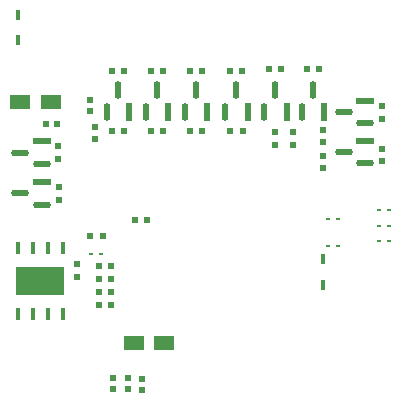
<source format=gbp>
G04*
G04 #@! TF.GenerationSoftware,Altium Limited,Altium Designer,22.9.1 (49)*
G04*
G04 Layer_Color=128*
%FSLAX44Y44*%
%MOMM*%
G71*
G04*
G04 #@! TF.SameCoordinates,160F3373-32AC-4E58-B31D-FCE43EB9D5FB*
G04*
G04*
G04 #@! TF.FilePolarity,Positive*
G04*
G01*
G75*
%ADD19R,0.3600X0.2500*%
%ADD21R,0.6000X0.6000*%
%ADD23R,0.4064X0.8636*%
G04:AMPARAMS|DCode=52|XSize=1.5242mm|YSize=0.578mm|CornerRadius=0.289mm|HoleSize=0mm|Usage=FLASHONLY|Rotation=180.000|XOffset=0mm|YOffset=0mm|HoleType=Round|Shape=RoundedRectangle|*
%AMROUNDEDRECTD52*
21,1,1.5242,0.0000,0,0,180.0*
21,1,0.9463,0.5780,0,0,180.0*
1,1,0.5780,-0.4731,0.0000*
1,1,0.5780,0.4731,0.0000*
1,1,0.5780,0.4731,0.0000*
1,1,0.5780,-0.4731,0.0000*
%
%ADD52ROUNDEDRECTD52*%
%ADD53R,1.5242X0.5780*%
%ADD54R,0.6000X0.6000*%
%ADD55R,4.1000X2.4000*%
%ADD56R,0.4500X1.1000*%
%ADD57R,0.5780X1.5242*%
G04:AMPARAMS|DCode=58|XSize=1.5242mm|YSize=0.578mm|CornerRadius=0.289mm|HoleSize=0mm|Usage=FLASHONLY|Rotation=90.000|XOffset=0mm|YOffset=0mm|HoleType=Round|Shape=RoundedRectangle|*
%AMROUNDEDRECTD58*
21,1,1.5242,0.0000,0,0,90.0*
21,1,0.9463,0.5780,0,0,90.0*
1,1,0.5780,0.0000,0.4731*
1,1,0.5780,0.0000,-0.4731*
1,1,0.5780,0.0000,-0.4731*
1,1,0.5780,0.0000,0.4731*
%
%ADD58ROUNDEDRECTD58*%
%ADD59R,1.8000X1.2500*%
D19*
X323000Y195000D02*
D03*
X331400D02*
D03*
X323000Y208000D02*
D03*
X331400D02*
D03*
X288000Y200399D02*
D03*
X279600D02*
D03*
X288000Y178000D02*
D03*
X279600D02*
D03*
X322800Y182000D02*
D03*
X331200D02*
D03*
X79000Y171000D02*
D03*
X87400D02*
D03*
D21*
X50500Y281000D02*
D03*
X40900D02*
D03*
X95500Y161000D02*
D03*
X85900D02*
D03*
X85900Y139000D02*
D03*
X95500D02*
D03*
Y128000D02*
D03*
X85900D02*
D03*
X85900Y150000D02*
D03*
X95500D02*
D03*
X51000Y262250D02*
D03*
Y251750D02*
D03*
X52000Y227750D02*
D03*
Y217250D02*
D03*
X325000Y296250D02*
D03*
Y285750D02*
D03*
Y260250D02*
D03*
Y249750D02*
D03*
X67000Y152000D02*
D03*
Y162500D02*
D03*
X235000Y263750D02*
D03*
Y274250D02*
D03*
X250000Y263750D02*
D03*
Y274250D02*
D03*
D23*
X275000Y166590D02*
D03*
Y145000D02*
D03*
X17000Y352205D02*
D03*
Y373795D02*
D03*
D52*
X292796Y291500D02*
D03*
X311000Y282000D02*
D03*
X37102Y247500D02*
D03*
X18898Y257000D02*
D03*
X37102Y213000D02*
D03*
X18898Y222500D02*
D03*
X311000Y248000D02*
D03*
X292796Y257500D02*
D03*
D53*
X311000Y301000D02*
D03*
X37102Y266500D02*
D03*
Y232000D02*
D03*
X311000Y267000D02*
D03*
D54*
X122000Y65700D02*
D03*
Y56100D02*
D03*
X78000Y292300D02*
D03*
Y301900D02*
D03*
X82000Y268900D02*
D03*
Y278500D02*
D03*
X110000Y66100D02*
D03*
Y56500D02*
D03*
X275000Y266200D02*
D03*
Y275800D02*
D03*
Y253800D02*
D03*
Y244200D02*
D03*
X98000Y56500D02*
D03*
Y66100D02*
D03*
X229750Y328000D02*
D03*
X240250D02*
D03*
X261750Y328000D02*
D03*
X272250D02*
D03*
X207250Y275000D02*
D03*
X196750D02*
D03*
X196500Y326000D02*
D03*
X207000D02*
D03*
X173250Y275000D02*
D03*
X162750D02*
D03*
X162500Y326000D02*
D03*
X173000D02*
D03*
X140250Y275000D02*
D03*
X129750D02*
D03*
X129500Y326000D02*
D03*
X140000D02*
D03*
X107250Y275000D02*
D03*
X96750D02*
D03*
X96500Y326000D02*
D03*
X107000D02*
D03*
X116000Y200000D02*
D03*
X126500D02*
D03*
X89000Y186000D02*
D03*
X78500D02*
D03*
D55*
X36000Y148000D02*
D03*
D56*
X55050Y176000D02*
D03*
X42350D02*
D03*
X29650D02*
D03*
X16950D02*
D03*
Y120000D02*
D03*
X29650D02*
D03*
X42350D02*
D03*
X55050D02*
D03*
D57*
X211500Y291398D02*
D03*
X177500D02*
D03*
X144500D02*
D03*
X111500D02*
D03*
X244500D02*
D03*
X276500D02*
D03*
D58*
X192500D02*
D03*
X202000Y309602D02*
D03*
X158500Y291398D02*
D03*
X168000Y309602D02*
D03*
X125500Y291398D02*
D03*
X135000Y309602D02*
D03*
X92500Y291398D02*
D03*
X102000Y309602D02*
D03*
X225500Y291398D02*
D03*
X235000Y309602D02*
D03*
X257500Y291398D02*
D03*
X267000Y309602D02*
D03*
D59*
X19000Y300000D02*
D03*
X45000D02*
D03*
X141000Y96000D02*
D03*
X115000D02*
D03*
M02*

</source>
